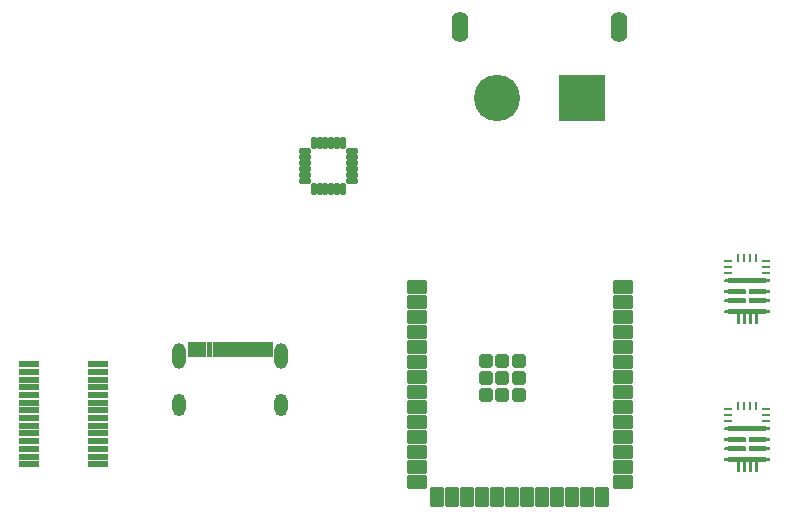
<source format=gbr>
%TF.GenerationSoftware,KiCad,Pcbnew,9.0.2*%
%TF.CreationDate,2025-11-06T19:37:58+13:00*%
%TF.ProjectId,Rob_Dev_Board,526f625f-4465-4765-9f42-6f6172642e6b,rev?*%
%TF.SameCoordinates,Original*%
%TF.FileFunction,Soldermask,Top*%
%TF.FilePolarity,Negative*%
%FSLAX46Y46*%
G04 Gerber Fmt 4.6, Leading zero omitted, Abs format (unit mm)*
G04 Created by KiCad (PCBNEW 9.0.2) date 2025-11-06 19:37:58*
%MOMM*%
%LPD*%
G01*
G04 APERTURE LIST*
G04 Aperture macros list*
%AMRoundRect*
0 Rectangle with rounded corners*
0 $1 Rounding radius*
0 $2 $3 $4 $5 $6 $7 $8 $9 X,Y pos of 4 corners*
0 Add a 4 corners polygon primitive as box body*
4,1,4,$2,$3,$4,$5,$6,$7,$8,$9,$2,$3,0*
0 Add four circle primitives for the rounded corners*
1,1,$1+$1,$2,$3*
1,1,$1+$1,$4,$5*
1,1,$1+$1,$6,$7*
1,1,$1+$1,$8,$9*
0 Add four rect primitives between the rounded corners*
20,1,$1+$1,$2,$3,$4,$5,0*
20,1,$1+$1,$4,$5,$6,$7,0*
20,1,$1+$1,$6,$7,$8,$9,0*
20,1,$1+$1,$8,$9,$2,$3,0*%
G04 Aperture macros list end*
%ADD10C,0.000000*%
%ADD11C,0.010000*%
%ADD12R,0.650001X0.249999*%
%ADD13R,0.249999X0.650001*%
%ADD14RoundRect,0.102000X-0.395000X-0.140000X0.395000X-0.140000X0.395000X0.140000X-0.395000X0.140000X0*%
%ADD15RoundRect,0.102000X-0.140000X-0.395000X0.140000X-0.395000X0.140000X0.395000X-0.140000X0.395000X0*%
%ADD16O,1.104000X2.204000*%
%ADD17O,1.104000X1.904000*%
%ADD18RoundRect,0.102000X-1.858000X-1.858000X1.858000X-1.858000X1.858000X1.858000X-1.858000X1.858000X0*%
%ADD19C,3.920000*%
%ADD20O,1.404000X2.604000*%
%ADD21RoundRect,0.102000X-0.736600X-0.177800X0.736600X-0.177800X0.736600X0.177800X-0.736600X0.177800X0*%
%ADD22RoundRect,0.102000X-0.750000X-0.450000X0.750000X-0.450000X0.750000X0.450000X-0.750000X0.450000X0*%
%ADD23RoundRect,0.102000X-0.450000X-0.750000X0.450000X-0.750000X0.450000X0.750000X-0.450000X0.750000X0*%
%ADD24RoundRect,0.102000X-0.450000X-0.450000X0.450000X-0.450000X0.450000X0.450000X-0.450000X0.450000X0*%
G04 APERTURE END LIST*
D10*
%TO.C,U3*%
G36*
X103374999Y-71725001D02*
G01*
X103374999Y-72025000D01*
X103324999Y-72075000D01*
X101900001Y-72075000D01*
X101900001Y-72000002D01*
X101599999Y-72000002D01*
X101549999Y-71949999D01*
X101550001Y-71800002D01*
X101600001Y-71750002D01*
X101900001Y-71750002D01*
X101900001Y-71675001D01*
X103324999Y-71675001D01*
X103374999Y-71725001D01*
G37*
G36*
X103374999Y-72525002D02*
G01*
X103374999Y-72825001D01*
X103324999Y-72874999D01*
X101900001Y-72875001D01*
X101900001Y-72800000D01*
X101599999Y-72800000D01*
X101549999Y-72750000D01*
X101550001Y-72600003D01*
X101600001Y-72550003D01*
X101900001Y-72550001D01*
X101900001Y-72475002D01*
X103324999Y-72475002D01*
X103374999Y-72525002D01*
G37*
G36*
X105099999Y-72550001D02*
G01*
X105399999Y-72550003D01*
X105449999Y-72600003D01*
X105450001Y-72750000D01*
X105400001Y-72800000D01*
X105099999Y-72800000D01*
X105099999Y-72875001D01*
X103675001Y-72874999D01*
X103625001Y-72825001D01*
X103625001Y-72525002D01*
X103675001Y-72475002D01*
X105099999Y-72475002D01*
X105099999Y-72550001D01*
G37*
G36*
X105099999Y-71750002D02*
G01*
X105399999Y-71750005D01*
X105450001Y-71800005D01*
X105450001Y-71949999D01*
X105400001Y-72000002D01*
X105099999Y-72000002D01*
X105099999Y-72075000D01*
X103675001Y-72074998D01*
X103625001Y-72025000D01*
X103625001Y-71725001D01*
X103675001Y-71675001D01*
X105099999Y-71675001D01*
X105099999Y-71750002D01*
G37*
G36*
X105099999Y-70850001D02*
G01*
X105399999Y-70850001D01*
X105450001Y-70900001D01*
X105449999Y-71050001D01*
X105399999Y-71100001D01*
X105099999Y-71100001D01*
X105099999Y-71175002D01*
X101900001Y-71175002D01*
X101900001Y-71100001D01*
X101600001Y-71100001D01*
X101549999Y-71050001D01*
X101550001Y-70900001D01*
X101600001Y-70850001D01*
X101900001Y-70850001D01*
X101900001Y-70775000D01*
X105099999Y-70775000D01*
X105099999Y-70850001D01*
G37*
G36*
X105099999Y-73450001D02*
G01*
X105399999Y-73450001D01*
X105450001Y-73500001D01*
X105450001Y-73650001D01*
X105399999Y-73700001D01*
X105099999Y-73700001D01*
X105099999Y-73775002D01*
X104375000Y-73775002D01*
X104375000Y-74575000D01*
X104325000Y-74625000D01*
X104175000Y-74625000D01*
X104125000Y-74575000D01*
X104125000Y-73775002D01*
X103875001Y-73775002D01*
X103875001Y-74575000D01*
X103825001Y-74625000D01*
X103675001Y-74625000D01*
X103625001Y-74575000D01*
X103625001Y-73775002D01*
X103374999Y-73775002D01*
X103374999Y-74575000D01*
X103324999Y-74625000D01*
X103174999Y-74625000D01*
X103124999Y-74575000D01*
X103124999Y-73775002D01*
X102875000Y-73775002D01*
X102875000Y-74575000D01*
X102825000Y-74625000D01*
X102675000Y-74625000D01*
X102625000Y-74575000D01*
X102625000Y-73775002D01*
X101900001Y-73775002D01*
X101900001Y-73700001D01*
X101600001Y-73700001D01*
X101549999Y-73650001D01*
X101550001Y-73500001D01*
X101600001Y-73450001D01*
X101900001Y-73450001D01*
X101900001Y-73375000D01*
X105099999Y-73375000D01*
X105099999Y-73450001D01*
G37*
%TO.C,U1*%
G36*
X103374999Y-84250001D02*
G01*
X103374999Y-84550000D01*
X103324999Y-84600000D01*
X101900001Y-84600000D01*
X101900001Y-84525002D01*
X101599999Y-84525002D01*
X101549999Y-84474999D01*
X101550001Y-84325002D01*
X101600001Y-84275002D01*
X101900001Y-84275002D01*
X101900001Y-84200001D01*
X103324999Y-84200001D01*
X103374999Y-84250001D01*
G37*
G36*
X103374999Y-85050002D02*
G01*
X103374999Y-85350001D01*
X103324999Y-85399999D01*
X101900001Y-85400001D01*
X101900001Y-85325000D01*
X101599999Y-85325000D01*
X101549999Y-85275000D01*
X101550001Y-85125003D01*
X101600001Y-85075003D01*
X101900001Y-85075001D01*
X101900001Y-85000002D01*
X103324999Y-85000002D01*
X103374999Y-85050002D01*
G37*
G36*
X105099999Y-85075001D02*
G01*
X105399999Y-85075003D01*
X105449999Y-85125003D01*
X105450001Y-85275000D01*
X105400001Y-85325000D01*
X105099999Y-85325000D01*
X105099999Y-85400001D01*
X103675001Y-85399999D01*
X103625001Y-85350001D01*
X103625001Y-85050002D01*
X103675001Y-85000002D01*
X105099999Y-85000002D01*
X105099999Y-85075001D01*
G37*
G36*
X105099999Y-84275002D02*
G01*
X105399999Y-84275005D01*
X105450001Y-84325005D01*
X105450001Y-84474999D01*
X105400001Y-84525002D01*
X105099999Y-84525002D01*
X105099999Y-84600000D01*
X103675001Y-84599998D01*
X103625001Y-84550000D01*
X103625001Y-84250001D01*
X103675001Y-84200001D01*
X105099999Y-84200001D01*
X105099999Y-84275002D01*
G37*
G36*
X105099999Y-83375001D02*
G01*
X105399999Y-83375001D01*
X105450001Y-83425001D01*
X105449999Y-83575001D01*
X105399999Y-83625001D01*
X105099999Y-83625001D01*
X105099999Y-83700002D01*
X101900001Y-83700002D01*
X101900001Y-83625001D01*
X101600001Y-83625001D01*
X101549999Y-83575001D01*
X101550001Y-83425001D01*
X101600001Y-83375001D01*
X101900001Y-83375001D01*
X101900001Y-83300000D01*
X105099999Y-83300000D01*
X105099999Y-83375001D01*
G37*
G36*
X105099999Y-85975001D02*
G01*
X105399999Y-85975001D01*
X105450001Y-86025001D01*
X105450001Y-86175001D01*
X105399999Y-86225001D01*
X105099999Y-86225001D01*
X105099999Y-86300002D01*
X104375000Y-86300002D01*
X104375000Y-87100000D01*
X104325000Y-87150000D01*
X104175000Y-87150000D01*
X104125000Y-87100000D01*
X104125000Y-86300002D01*
X103875001Y-86300002D01*
X103875001Y-87100000D01*
X103825001Y-87150000D01*
X103675001Y-87150000D01*
X103625001Y-87100000D01*
X103625001Y-86300002D01*
X103374999Y-86300002D01*
X103374999Y-87100000D01*
X103324999Y-87150000D01*
X103174999Y-87150000D01*
X103124999Y-87100000D01*
X103124999Y-86300002D01*
X102875000Y-86300002D01*
X102875000Y-87100000D01*
X102825000Y-87150000D01*
X102675000Y-87150000D01*
X102625000Y-87100000D01*
X102625000Y-86300002D01*
X101900001Y-86300002D01*
X101900001Y-86225001D01*
X101600001Y-86225001D01*
X101549999Y-86175001D01*
X101550001Y-86025001D01*
X101600001Y-85975001D01*
X101900001Y-85975001D01*
X101900001Y-85900000D01*
X105099999Y-85900000D01*
X105099999Y-85975001D01*
G37*
D11*
%TO.C,J1*%
X56825000Y-77370000D02*
X56125000Y-77370000D01*
X56125000Y-76130000D01*
X56825000Y-76130000D01*
X56825000Y-77370000D01*
G36*
X56825000Y-77370000D02*
G01*
X56125000Y-77370000D01*
X56125000Y-76130000D01*
X56825000Y-76130000D01*
X56825000Y-77370000D01*
G37*
X57625000Y-77370000D02*
X56925000Y-77370000D01*
X56925000Y-76130000D01*
X57625000Y-76130000D01*
X57625000Y-77370000D01*
G36*
X57625000Y-77370000D02*
G01*
X56925000Y-77370000D01*
X56925000Y-76130000D01*
X57625000Y-76130000D01*
X57625000Y-77370000D01*
G37*
X58125000Y-77370000D02*
X57725000Y-77370000D01*
X57725000Y-76130000D01*
X58125000Y-76130000D01*
X58125000Y-77370000D01*
G36*
X58125000Y-77370000D02*
G01*
X57725000Y-77370000D01*
X57725000Y-76130000D01*
X58125000Y-76130000D01*
X58125000Y-77370000D01*
G37*
X58625000Y-77370000D02*
X58225000Y-77370000D01*
X58225000Y-76130000D01*
X58625000Y-76130000D01*
X58625000Y-77370000D01*
G36*
X58625000Y-77370000D02*
G01*
X58225000Y-77370000D01*
X58225000Y-76130000D01*
X58625000Y-76130000D01*
X58625000Y-77370000D01*
G37*
X59125000Y-77370000D02*
X58725000Y-77370000D01*
X58725000Y-76130000D01*
X59125000Y-76130000D01*
X59125000Y-77370000D01*
G36*
X59125000Y-77370000D02*
G01*
X58725000Y-77370000D01*
X58725000Y-76130000D01*
X59125000Y-76130000D01*
X59125000Y-77370000D01*
G37*
X59625000Y-77370000D02*
X59225000Y-77370000D01*
X59225000Y-76130000D01*
X59625000Y-76130000D01*
X59625000Y-77370000D01*
G36*
X59625000Y-77370000D02*
G01*
X59225000Y-77370000D01*
X59225000Y-76130000D01*
X59625000Y-76130000D01*
X59625000Y-77370000D01*
G37*
X60125000Y-77370000D02*
X59725000Y-77370000D01*
X59725000Y-76130000D01*
X60125000Y-76130000D01*
X60125000Y-77370000D01*
G36*
X60125000Y-77370000D02*
G01*
X59725000Y-77370000D01*
X59725000Y-76130000D01*
X60125000Y-76130000D01*
X60125000Y-77370000D01*
G37*
X60625000Y-77370000D02*
X60225000Y-77370000D01*
X60225000Y-76130000D01*
X60625000Y-76130000D01*
X60625000Y-77370000D01*
G36*
X60625000Y-77370000D02*
G01*
X60225000Y-77370000D01*
X60225000Y-76130000D01*
X60625000Y-76130000D01*
X60625000Y-77370000D01*
G37*
X61125000Y-77370000D02*
X60725000Y-77370000D01*
X60725000Y-76130000D01*
X61125000Y-76130000D01*
X61125000Y-77370000D01*
G36*
X61125000Y-77370000D02*
G01*
X60725000Y-77370000D01*
X60725000Y-76130000D01*
X61125000Y-76130000D01*
X61125000Y-77370000D01*
G37*
X61625000Y-77370000D02*
X61225000Y-77370000D01*
X61225000Y-76130000D01*
X61625000Y-76130000D01*
X61625000Y-77370000D01*
G36*
X61625000Y-77370000D02*
G01*
X61225000Y-77370000D01*
X61225000Y-76130000D01*
X61625000Y-76130000D01*
X61625000Y-77370000D01*
G37*
X62425000Y-77370000D02*
X61725000Y-77370000D01*
X61725000Y-76130000D01*
X62425000Y-76130000D01*
X62425000Y-77370000D01*
G36*
X62425000Y-77370000D02*
G01*
X61725000Y-77370000D01*
X61725000Y-76130000D01*
X62425000Y-76130000D01*
X62425000Y-77370000D01*
G37*
X63225000Y-77370000D02*
X62525000Y-77370000D01*
X62525000Y-76130000D01*
X63225000Y-76130000D01*
X63225000Y-77370000D01*
G36*
X63225000Y-77370000D02*
G01*
X62525000Y-77370000D01*
X62525000Y-76130000D01*
X63225000Y-76130000D01*
X63225000Y-77370000D01*
G37*
%TD*%
D12*
%TO.C,U3*%
X101874999Y-69300002D03*
X101874999Y-69800001D03*
X101874999Y-70300000D03*
X105125001Y-70300000D03*
X105125001Y-69800001D03*
X105125001Y-69300002D03*
D13*
X104250001Y-69050000D03*
X103750000Y-69050000D03*
X103250000Y-69050000D03*
X102749999Y-69050000D03*
%TD*%
D12*
%TO.C,U1*%
X101874999Y-81825002D03*
X101874999Y-82325001D03*
X101874999Y-82825000D03*
X105125001Y-82825000D03*
X105125001Y-82325001D03*
X105125001Y-81825002D03*
D13*
X104250001Y-81575000D03*
X103750000Y-81575000D03*
X103250000Y-81575000D03*
X102749999Y-81575000D03*
%TD*%
D14*
%TO.C,U5*%
X66060000Y-60000000D03*
X66060000Y-60500000D03*
X66060000Y-61000000D03*
X66060000Y-61500000D03*
X66060000Y-62000000D03*
X66060000Y-62500000D03*
D15*
X66780000Y-63220000D03*
X67280000Y-63220000D03*
X67780000Y-63220000D03*
X68280000Y-63220000D03*
X68780000Y-63220000D03*
X69280000Y-63220000D03*
D14*
X70000000Y-62500000D03*
X70000000Y-62000000D03*
X70000000Y-61500000D03*
X70000000Y-61000000D03*
X70000000Y-60500000D03*
X70000000Y-60000000D03*
D15*
X69280000Y-59280000D03*
X68780000Y-59280000D03*
X68280000Y-59280000D03*
X67780000Y-59280000D03*
X67280000Y-59280000D03*
X66780000Y-59280000D03*
%TD*%
D16*
%TO.C,J1*%
X55350000Y-77330000D03*
X64000000Y-77330000D03*
D17*
X55350000Y-81500000D03*
X64000000Y-81500000D03*
%TD*%
D18*
%TO.C,J2*%
X89500000Y-55500000D03*
D19*
X82300000Y-55500000D03*
D20*
X92650000Y-49500000D03*
X79150000Y-49500000D03*
%TD*%
D21*
%TO.C,U4*%
X42658000Y-78067200D03*
X42658000Y-78702200D03*
X42658000Y-79362600D03*
X42658000Y-79997600D03*
X42658000Y-80658000D03*
X42658000Y-81318400D03*
X42658000Y-81953400D03*
X42658000Y-82613800D03*
X42658000Y-83248800D03*
X42658000Y-83909200D03*
X42658000Y-84569600D03*
X42658000Y-85204600D03*
X42658000Y-85865000D03*
X42658000Y-86500000D03*
X48500000Y-86500000D03*
X48500000Y-85865000D03*
X48500000Y-85204600D03*
X48500000Y-84569600D03*
X48500000Y-83909200D03*
X48500000Y-83248800D03*
X48500000Y-82613800D03*
X48500000Y-81953400D03*
X48500000Y-81318400D03*
X48500000Y-80658000D03*
X48500000Y-79997600D03*
X48500000Y-79362600D03*
X48500000Y-78702200D03*
X48500000Y-78067200D03*
%TD*%
D22*
%TO.C,U2*%
X75500000Y-71490000D03*
X75500000Y-72760000D03*
X75500000Y-74030000D03*
X75500000Y-75300000D03*
X75500000Y-76570000D03*
X75500000Y-77840000D03*
X75500000Y-79110000D03*
X75500000Y-80380000D03*
X75500000Y-81650000D03*
X75500000Y-82920000D03*
X75500000Y-84190000D03*
X75500000Y-85460000D03*
X75500000Y-86730000D03*
X75500000Y-88000000D03*
D23*
X77265000Y-89250000D03*
X78535000Y-89250000D03*
X79805000Y-89250000D03*
X81075000Y-89250000D03*
X82345000Y-89250000D03*
X83615000Y-89250000D03*
X84885000Y-89250000D03*
X86155000Y-89250000D03*
X87425000Y-89250000D03*
X88695000Y-89250000D03*
X89965000Y-89250000D03*
X91235000Y-89250000D03*
D22*
X93000000Y-88000000D03*
X93000000Y-86730000D03*
X93000000Y-85460000D03*
X93000000Y-84190000D03*
X93000000Y-82920000D03*
X93000000Y-81650000D03*
X93000000Y-80380000D03*
X93000000Y-79110000D03*
X93000000Y-77840000D03*
X93000000Y-76570000D03*
X93000000Y-75300000D03*
X93000000Y-74030000D03*
X93000000Y-72760000D03*
X93000000Y-71490000D03*
D24*
X81350000Y-77810000D03*
X82750000Y-77810000D03*
X84150000Y-77810000D03*
X81350000Y-79210000D03*
X82750000Y-79210000D03*
X84150000Y-79210000D03*
X81350000Y-80610000D03*
X82750000Y-80610000D03*
X84150000Y-80610000D03*
%TD*%
M02*

</source>
